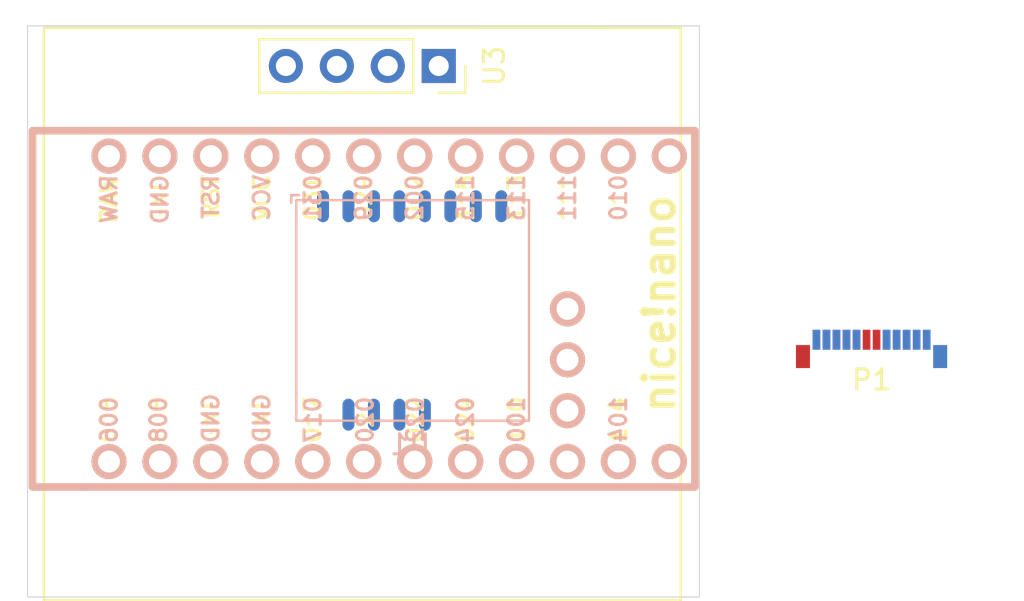
<source format=kicad_pcb>
(kicad_pcb (version 20240108) (generator "pcbnew") (generator_version "8.0")
  (layers (0 "F.Cu" signal) (31 "B.Cu" signal) (34 "B.Paste" user) (35 "F.Paste" user) (36 "B.SilkS" user "B.Silkscreen") (37 "F.SilkS" user "F.Silkscreen") (38 "B.Mask" user) (39 "F.Mask" user) (44 "Edge.Cuts" user))
  (net 0 "")
  (net 45 "Net-(P1-GND-PadA1)")
  (net 46 "Net-(P1-VBUS-PadA4)")
  (footprint "footprints:ssd1306_a" (layer "F.Cu") (at 128.5 11.5 -90)
    (property "Reference" "U3" (at 0 -2.77 90) (layer "F.SilkS"))
    (property "Value" "ssd1306")
    (fp_line (start -1.905 19.685) (end 26.67 19.685) (stroke (width 0.12)) (layer "F.SilkS"))
    (fp_line (start 26.67 19.685) (end 26.67 -8.255) (stroke (width 0.12)) (layer "F.SilkS"))
    (fp_line (start -1.905 9.525) (end -1.905 19.685) (stroke (width 0.12)) (layer "F.SilkS"))
    (fp_line (start -1.905 9.525) (end -1.905 -8.255) (stroke (width 0.12)) (layer "F.SilkS"))
    (fp_line (start -1.33 8.95) (end 1.33 8.95) (stroke (width 0.12)) (layer "F.SilkS"))
    (fp_line (start -1.33 1.27) (end -1.33 8.95) (stroke (width 0.12)) (layer "F.SilkS"))
    (fp_line (start -1.33 1.27) (end 1.33 1.27) (stroke (width 0.12)) (layer "F.SilkS"))
    (fp_line (start 1.33 1.27) (end 1.33 8.95) (stroke (width 0.12)) (layer "F.SilkS"))
    (fp_line (start 0 -1.33) (end 1.33 -1.33) (stroke (width 0.12)) (layer "F.SilkS"))
    (fp_line (start 1.33 -1.33) (end 1.33 0) (stroke (width 0.12)) (layer "F.SilkS"))
    (fp_line (start -1.905 -1.905) (end -1.905 -12.065) (stroke (width 0.12)) (layer "F.SilkS"))
    (fp_line (start -1.905 -12.065) (end 26.67 -12.065) (stroke (width 0.12)) (layer "F.SilkS"))
    (fp_line (start 26.67 -12.065) (end 26.67 -8.255) (stroke (width 0.12)) (layer "F.SilkS"))
    (pad "1" thru_hole oval (at 0 7.62 270) (size 1.7 1.7) (drill 1) (layers "*.Cu" "*.Mask"))
    (pad "2" thru_hole oval (at 0 5.08 270) (size 1.7 1.7) (drill 1) (layers "*.Cu" "*.Mask"))
    (pad "3" thru_hole oval (at 0 2.54 270) (size 1.7 1.7) (drill 1) (layers "*.Cu" "*.Mask"))
    (pad "4" thru_hole rect (at 0 0 270) (size 1.7 1.7) (drill 1) (layers "*.Cu" "*.Mask"))
  )
  (footprint "footprints:nice_nano" (layer "F.Cu") (at 126.03 23.62)
    (property "Reference" "U2" (hide yes))
    (property "Value" "nice_nano" (hide yes))
    (fp_line (start -17.78 -8.89) (end -17.78 8.89) (stroke (width 0.381)) (layer "B.SilkS"))
    (fp_line (start -17.78 8.89) (end 15.24 8.89) (stroke (width 0.381)) (layer "B.SilkS"))
    (fp_line (start 15.24 -8.89) (end -17.78 -8.89) (stroke (width 0.381)) (layer "B.SilkS"))
    (fp_line (start 15.24 8.89) (end 15.24 -8.89) (stroke (width 0.381)) (layer "B.SilkS"))
    (fp_line (start -17.78 -8.89) (end -17.78 8.89) (stroke (width 0.381)) (layer "F.SilkS"))
    (fp_line (start -17.78 8.89) (end -15.24 8.89) (stroke (width 0.381)) (layer "F.SilkS"))
    (fp_line (start -15.24 -8.89) (end -17.78 -8.89) (stroke (width 0.381)) (layer "F.SilkS"))
    (fp_line (start -15.24 8.89) (end 15.24 8.89) (stroke (width 0.381)) (layer "F.SilkS"))
    (fp_line (start 15.24 -8.89) (end -15.24 -8.89) (stroke (width 0.381)) (layer "F.SilkS"))
    (fp_line (start 15.24 8.89) (end 15.24 -8.89) (stroke (width 0.381)) (layer "F.SilkS"))
    (fp_text user "GND" (at -11.43 -5.454667 90) (layer "B.SilkS") (effects (font (size 0.8 0.8)) (justify mirror)))
    (fp_text user "111" (at 8.89 -5.537191 90) (layer "B.SilkS") (effects (font (size 0.8 0.8)) (justify mirror)))
    (fp_text user "113" (at 6.35 -5.537191 90) (layer "B.SilkS") (effects (font (size 0.8 0.8)) (justify mirror)))
    (fp_text user "100" (at 6.35 5.53719 90) (layer "B.SilkS") (effects (font (size 0.8 0.8)) (justify mirror)))
    (fp_text user "VCC" (at -6.35 -5.537191 90) (layer "B.SilkS") (effects (font (size 0.8 0.8)) (justify mirror)))
    (fp_text user "115" (at 3.81 -5.537191 90) (layer "B.SilkS") (effects (font (size 0.8 0.8)) (justify mirror)))
    (fp_text user "022" (at 1.3 5.53719 90) (layer "B.SilkS") (effects (font (size 0.8 0.8)) (justify mirror)))
    (fp_text user "010" (at 11.43 -5.537191 90) (layer "B.SilkS") (effects (font (size 0.8 0.8)) (justify mirror)))
    (fp_text user "104" (at 11.43 5.53719 90) (layer "B.SilkS") (effects (font (size 0.8 0.8)) (justify mirror)))
    (fp_text user "020" (at -1.2 5.53719 90) (layer "B.SilkS") (effects (font (size 0.8 0.8)) (justify mirror)))
    (fp_text user "006" (at -13.97 5.53719 90) (layer "B.SilkS") (effects (font (size 0.8 0.8)) (justify mirror)))
    (fp_text user "024" (at 3.8 5.53719 90) (layer "B.SilkS") (effects (font (size 0.8 0.8)) (justify mirror)))
    (fp_text user "RAW" (at -13.97 -5.473715 90) (layer "B.SilkS") (effects (font (size 0.8 0.8)) (justify mirror)))
    (fp_text user "017" (at -3.81 5.53719 90) (layer "B.SilkS") (effects (font (size 0.8 0.8)) (justify mirror)))
    (fp_text user "GND" (at -6.35 5.461 90) (layer "B.SilkS") (effects (font (size 0.8 0.8)) (justify mirror)))
    (fp_text user "002" (at 1.27 -5.537191 90) (layer "B.SilkS") (effects (font (size 0.8 0.8)) (justify mirror)))
    (fp_text user "GND" (at -8.89 5.461 90) (layer "B.SilkS") (effects (font (size 0.8 0.8)) (justify mirror)))
    (fp_text user "029" (at -1.27 -5.537191 90) (layer "B.SilkS") (effects (font (size 0.8 0.8)) (justify mirror)))
    (fp_text user "031" (at -3.81 -5.537191 90) (layer "B.SilkS") (effects (font (size 0.8 0.8)) (justify mirror)))
    (fp_text user "RST" (at -8.89 -5.588 90) (layer "B.SilkS") (effects (font (size 0.8 0.8)) (justify mirror)))
    (fp_text user "008" (at -11.5 5.53719 90) (layer "B.SilkS") (effects (font (size 0.8 0.8)) (justify mirror)))
    (fp_text user "GND" (at -11.43 -5.454667 90) (layer "F.SilkS") (effects (font (size 0.8 0.8))))
    (fp_text user "020" (at -1.2 5.53719 90) (layer "F.SilkS") (effects (font (size 0.8 0.8))))
    (fp_text user "008" (at -11.5 5.53719 90) (layer "F.SilkS") (effects (font (size 0.8 0.8))))
    (fp_text user "GND" (at -8.89 5.461 90) (layer "F.SilkS") (effects (font (size 0.8 0.8))))
    (fp_text user "010" (at 11.43 -5.537191 90) (layer "F.SilkS") (effects (font (size 0.8 0.8))))
    (fp_text user "RST" (at -8.89 -5.588 90) (layer "F.SilkS") (effects (font (size 0.8 0.8))))
    (fp_text user "115" (at 3.81 -5.537191 90) (layer "F.SilkS") (effects (font (size 0.8 0.8))))
    (fp_text user "002" (at 1.27 -5.537191 90) (layer "F.SilkS") (effects (font (size 0.8 0.8))))
    (fp_text user "VCC" (at -6.35 -5.537191 90) (layer "F.SilkS") (effects (font (size 0.8 0.8))))
    (fp_text user "024" (at 3.81 5.53719 90) (layer "F.SilkS") (effects (font (size 0.8 0.8))))
    (fp_text user "nice!nano" (at 13.462 -0.254 90) (layer "F.SilkS") (effects (font (size 1.5 1.5) (thickness 0.3))))
    (fp_text user "029" (at -1.27 -5.537191 90) (layer "F.SilkS") (effects (font (size 0.8 0.8))))
    (fp_text user "031" (at -3.81 -5.537191 90) (layer "F.SilkS") (effects (font (size 0.8 0.8))))
    (fp_text user "017" (at -3.8 5.53719 90) (layer "F.SilkS") (effects (font (size 0.8 0.8))))
    (fp_text user "113" (at 6.35 -5.537191 90) (layer "F.SilkS") (effects (font (size 0.8 0.8))))
    (fp_text user "GND" (at -6.35 5.461 90) (layer "F.SilkS") (effects (font (size 0.8 0.8))))
    (fp_text user "104" (at 11.43 5.53719 90) (layer "F.SilkS") (effects (font (size 0.8 0.8))))
    (fp_text user "006" (at -13.97 5.53719 90) (layer "F.SilkS") (effects (font (size 0.8 0.8))))
    (fp_text user "022" (at 1.3 5.53719 90) (layer "F.SilkS") (effects (font (size 0.8 0.8))))
    (fp_text user "111" (at 8.89 -5.537191 90) (layer "F.SilkS") (effects (font (size 0.8 0.8))))
    (fp_text user "RAW" (at -13.97 -5.473715 90) (layer "F.SilkS") (effects (font (size 0.8 0.8))))
    (fp_text user "100" (at 6.35 5.53719 90) (layer "F.SilkS") (effects (font (size 0.8 0.8))))
    (pad "1" thru_hole circle (at -13.97 7.62) (size 1.7526 1.7526) (drill 1.0922) (layers "*.Cu" "*.SilkS" "*.Mask"))
    (pad "2" thru_hole circle (at -11.43 7.62) (size 1.7526 1.7526) (drill 1.0922) (layers "*.Cu" "*.SilkS" "*.Mask"))
    (pad "3" thru_hole circle (at -8.89 7.62) (size 1.7526 1.7526) (drill 1.0922) (layers "*.Cu" "*.SilkS" "*.Mask"))
    (pad "4" thru_hole circle (at -6.35 7.62) (size 1.7526 1.7526) (drill 1.0922) (layers "*.Cu" "*.SilkS" "*.Mask"))
    (pad "5" thru_hole circle (at -3.81 7.62) (size 1.7526 1.7526) (drill 1.0922) (layers "*.Cu" "*.SilkS" "*.Mask"))
    (pad "6" thru_hole circle (at -1.27 7.62) (size 1.7526 1.7526) (drill 1.0922) (layers "*.Cu" "*.SilkS" "*.Mask"))
    (pad "7" thru_hole circle (at 1.27 7.62) (size 1.7526 1.7526) (drill 1.0922) (layers "*.Cu" "*.SilkS" "*.Mask"))
    (pad "8" thru_hole circle (at 3.81 7.62) (size 1.7526 1.7526) (drill 1.0922) (layers "*.Cu" "*.SilkS" "*.Mask"))
    (pad "9" thru_hole circle (at 6.35 7.62) (size 1.7526 1.7526) (drill 1.0922) (layers "*.Cu" "*.SilkS" "*.Mask"))
    (pad "10" thru_hole circle (at 8.89 7.62) (size 1.7526 1.7526) (drill 1.0922) (layers "*.Cu" "*.SilkS" "*.Mask"))
    (pad "11" thru_hole circle (at 11.43 7.62) (size 1.7526 1.7526) (drill 1.0922) (layers "*.Cu" "*.SilkS" "*.Mask"))
    (pad "12" thru_hole circle (at 13.97 7.62) (size 1.7526 1.7526) (drill 1.0922) (layers "*.Cu" "*.SilkS" "*.Mask"))
    (pad "13" thru_hole circle (at 13.97 -7.62) (size 1.7526 1.7526) (drill 1.0922) (layers "*.Cu" "*.SilkS" "*.Mask"))
    (pad "14" thru_hole circle (at 11.43 -7.62) (size 1.7526 1.7526) (drill 1.0922) (layers "*.Cu" "*.SilkS" "*.Mask"))
    (pad "15" thru_hole circle (at 8.89 -7.62) (size 1.7526 1.7526) (drill 1.0922) (layers "*.Cu" "*.SilkS" "*.Mask"))
    (pad "16" thru_hole circle (at 6.35 -7.62) (size 1.7526 1.7526) (drill 1.0922) (layers "*.Cu" "*.SilkS" "*.Mask"))
    (pad "17" thru_hole circle (at 3.81 -7.62) (size 1.7526 1.7526) (drill 1.0922) (layers "*.Cu" "*.SilkS" "*.Mask"))
    (pad "18" thru_hole circle (at 1.27 -7.62) (size 1.7526 1.7526) (drill 1.0922) (layers "*.Cu" "*.SilkS" "*.Mask"))
    (pad "19" thru_hole circle (at -1.27 -7.62) (size 1.7526 1.7526) (drill 1.0922) (layers "*.Cu" "*.SilkS" "*.Mask"))
    (pad "20" thru_hole circle (at -3.81 -7.62) (size 1.7526 1.7526) (drill 1.0922) (layers "*.Cu" "*.SilkS" "*.Mask"))
    (pad "21" thru_hole circle (at -6.35 -7.62) (size 1.7526 1.7526) (drill 1.0922) (layers "*.Cu" "*.SilkS" "*.Mask"))
    (pad "22" thru_hole circle (at -8.89 -7.62) (size 1.7526 1.7526) (drill 1.0922) (layers "*.Cu" "*.SilkS" "*.Mask"))
    (pad "23" thru_hole circle (at -11.43 -7.62) (size 1.7526 1.7526) (drill 1.0922) (layers "*.Cu" "*.SilkS" "*.Mask"))
    (pad "24" thru_hole circle (at -13.97 -7.62) (size 1.7526 1.7526) (drill 1.0922) (layers "*.Cu" "*.SilkS" "*.Mask"))
    (pad "31" thru_hole circle (at 8.89 5.08) (size 1.7526 1.7526) (drill 1.0922) (layers "*.Cu" "*.SilkS" "*.Mask"))
    (pad "32" thru_hole circle (at 8.89 2.54) (size 1.7526 1.7526) (drill 1.0922) (layers "*.Cu" "*.SilkS" "*.Mask"))
    (pad "33" thru_hole circle (at 8.89 0) (size 1.7526 1.7526) (drill 1.0922) (layers "*.Cu" "*.SilkS" "*.Mask"))
  )
  (footprint "Connector_USB:USB_C_Plug_Molex_105444" (layer "F.Cu") (at 150.08 25.12)
    (property "Reference" "P1" (at 0 2.04 0) (layer "F.SilkS"))
    (property "Value" "USB_C_Plug_USB2.0")
    (pad "A1" smd rect (at -2.75 0.04) (size 0.38 1) (layers "F.Cu" "F.Paste" "F.Mask") (net 45 "Net-(P1-GND-PadA1)"))
    (pad "A2" smd rect (at -2.25 0.04) (size 0.38 1) (layers "F.Cu" "F.Paste" "F.Mask"))
    (pad "A3" smd rect (at -1.75 0.04) (size 0.38 1) (layers "F.Cu" "F.Paste" "F.Mask"))
    (pad "A4" smd rect (at -1.25 0.04) (size 0.38 1) (layers "F.Cu" "F.Paste" "F.Mask") (net 46 "Net-(P1-VBUS-PadA4)"))
    (pad "A5" smd rect (at -0.75 0.04) (size 0.38 1) (layers "F.Cu" "F.Paste" "F.Mask"))
    (pad "A6" smd rect (at -0.25 0.04) (size 0.38 1) (layers "F.Cu" "F.Paste" "F.Mask"))
    (pad "A7" smd rect (at 0.25 0.04) (size 0.38 1) (layers "F.Cu" "F.Paste" "F.Mask"))
    (pad "A8" smd rect (at 0.75 0.04) (size 0.38 1) (layers "F.Cu" "F.Paste" "F.Mask"))
    (pad "A9" smd rect (at 1.25 0.04) (size 0.38 1) (layers "F.Cu" "F.Paste" "F.Mask") (net 46 "Net-(P1-VBUS-PadA4)"))
    (pad "A10" smd rect (at 1.75 0.04) (size 0.38 1) (layers "F.Cu" "F.Paste" "F.Mask"))
    (pad "A11" smd rect (at 2.25 0.04) (size 0.38 1) (layers "F.Cu" "F.Paste" "F.Mask"))
    (pad "A12" smd rect (at 2.75 0.04) (size 0.38 1) (layers "F.Cu" "F.Paste" "F.Mask") (net 45 "Net-(P1-GND-PadA1)"))
    (pad "B1" smd rect (at 2.75 0.04) (size 0.38 1) (layers "B.Cu" "B.Paste" "B.Mask") (net 45 "Net-(P1-GND-PadA1)"))
    (pad "B2" smd rect (at 2.25 0.04) (size 0.38 1) (layers "B.Cu" "B.Paste" "B.Mask"))
    (pad "B3" smd rect (at 1.75 0.04) (size 0.38 1) (layers "B.Cu" "B.Paste" "B.Mask"))
    (pad "B4" smd rect (at 1.25 0.04) (size 0.38 1) (layers "B.Cu" "B.Paste" "B.Mask") (net 46 "Net-(P1-VBUS-PadA4)"))
    (pad "B5" smd rect (at 0.75 0.04) (size 0.38 1) (layers "B.Cu" "B.Paste" "B.Mask"))
    (pad "B8" smd rect (at -0.75 0.04) (size 0.38 1) (layers "B.Cu" "B.Paste" "B.Mask"))
    (pad "B9" smd rect (at -1.25 0.04) (size 0.38 1) (layers "B.Cu" "B.Paste" "B.Mask") (net 46 "Net-(P1-VBUS-PadA4)"))
    (pad "B10" smd rect (at -1.75 0.04) (size 0.38 1) (layers "B.Cu" "B.Paste" "B.Mask"))
    (pad "B11" smd rect (at -2.25 0.04) (size 0.38 1) (layers "B.Cu" "B.Paste" "B.Mask"))
    (pad "B12" smd rect (at -2.75 0.04) (size 0.38 1) (layers "B.Cu" "B.Paste" "B.Mask") (net 45 "Net-(P1-GND-PadA1)"))
    (pad "S1" smd rect (at -3.42 0.88) (size 0.7 1.15) (layers "F.Cu" "F.Paste" "F.Mask"))
    (pad "S1" smd rect (at 3.42 0.88) (size 0.7 1.15) (layers "B.Cu" "B.Paste" "B.Mask"))
  )
  (footprint "wio-sx1262:wio-sx1262" (layer "B.Cu") (at 121.4 18.2)
    (property "Reference" "U1" (at 5.67125 12.2 360) (layer "B.SilkS") (effects (justify mirror)))
    (property "Value" "Wio-SX1262")
    (fp_line (start -0.254 -0.254) (end 0.127 -0.254) (stroke (width 0.127)) (layer "B.SilkS"))
    (fp_line (start -0.254 0.127) (end -0.254 -0.254) (stroke (width 0.127)) (layer "B.SilkS"))
    (fp_line (start 0 0) (end 11.6 0) (stroke (width 0.12)) (layer "B.SilkS"))
    (fp_line (start 0 11) (end 0 0) (stroke (width 0.12)) (layer "B.SilkS"))
    (fp_line (start 11.6 0) (end 11.6 11) (stroke (width 0.12)) (layer "B.SilkS"))
    (fp_line (start 11.6 11) (end 0 11) (stroke (width 0.12)) (layer "B.SilkS"))
    (pad "1" smd roundrect (at 1.33 0.3 270) (size 1.6 0.6) (layers "B.Cu" "B.Paste" "B.Mask") (roundrect_rratio 0.5))
    (pad "2" smd roundrect (at 2.6 0.3 270) (size 1.6 0.6) (layers "B.Cu" "B.Paste" "B.Mask") (roundrect_rratio 0.5))
    (pad "3" smd roundrect (at 3.87 0.3 270) (size 1.6 0.6) (layers "B.Cu" "B.Paste" "B.Mask") (roundrect_rratio 0.5))
    (pad "4" smd roundrect (at 5.14 0.3 270) (size 1.6 0.6) (layers "B.Cu" "B.Paste" "B.Mask") (roundrect_rratio 0.5))
    (pad "5" smd roundrect (at 6.41 0.3 270) (size 1.6 0.6) (layers "B.Cu" "B.Paste" "B.Mask") (roundrect_rratio 0.5))
    (pad "6" smd roundrect (at 7.68 0.3 270) (size 1.6 0.6) (layers "B.Cu" "B.Paste" "B.Mask") (roundrect_rratio 0.5))
    (pad "7" smd roundrect (at 8.95 0.3 270) (size 1.6 0.6) (layers "B.Cu" "B.Paste" "B.Mask") (roundrect_rratio 0.5))
    (pad "8" smd roundrect (at 10.22 0.3 270) (size 1.6 0.6) (layers "B.Cu" "B.Paste" "B.Mask") (roundrect_rratio 0.5))
    (pad "9" smd roundrect (at 6.41 10.7 270) (size 1.6 0.6) (layers "B.Cu" "B.Paste" "B.Mask") (roundrect_rratio 0.5))
    (pad "10" smd roundrect (at 5.14 10.7 270) (size 1.6 0.6) (layers "B.Cu" "B.Paste" "B.Mask") (roundrect_rratio 0.5))
    (pad "11" smd roundrect (at 3.87 10.7 270) (size 1.6 0.6) (layers "B.Cu" "B.Paste" "B.Mask") (roundrect_rratio 0.5))
    (pad "12" smd roundrect (at 2.6 10.7 270) (size 1.6 0.6) (layers "B.Cu" "B.Paste" "B.Mask") (roundrect_rratio 0.5))
  )
  (gr_rect (start 108 9.5) (end 141.5 38) (stroke (width 0.05)) (fill none) (layer "Edge.Cuts"))
)
</source>
